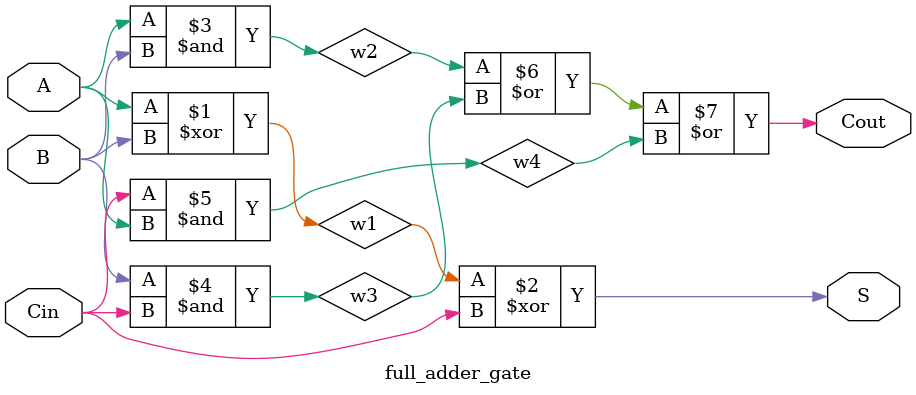
<source format=v>
module full_adder_gate(input A, B, Cin, output S, Cout);
  wire w1, w2, w3, w4;
  xor (w1, A, B);
  xor (S, w1, Cin);
  and (w2, A, B);
  and (w3, B, Cin);
  and (w4, Cin, A);
  or   (Cout, w2, w3, w4);
  
endmodule
</source>
